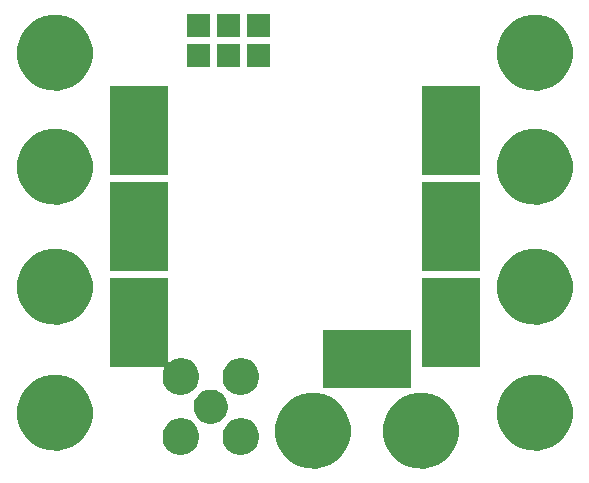
<source format=gbr>
G04 #@! TF.FileFunction,Soldermask,Top*
%FSLAX46Y46*%
G04 Gerber Fmt 4.6, Leading zero omitted, Abs format (unit mm)*
G04 Created by KiCad (PCBNEW 4.0.3-stable) date 09/22/16 08:09:05*
%MOMM*%
%LPD*%
G01*
G04 APERTURE LIST*
%ADD10C,0.500000*%
G04 APERTURE END LIST*
D10*
G36*
X27260110Y6753872D02*
X27874848Y6627685D01*
X28453363Y6384500D01*
X28973631Y6033574D01*
X29415824Y5588283D01*
X29763105Y5065582D01*
X30002249Y4485378D01*
X30124004Y3870466D01*
X30124004Y3870449D01*
X30124137Y3869776D01*
X30114128Y3152993D01*
X30113977Y3152330D01*
X30113977Y3152306D01*
X29975099Y2541032D01*
X29719851Y1967739D01*
X29358107Y1454933D01*
X28903653Y1022162D01*
X28373787Y685900D01*
X27788712Y458964D01*
X27170688Y349989D01*
X26543273Y363132D01*
X25930359Y497890D01*
X25355293Y749129D01*
X24839980Y1107282D01*
X24404044Y1558706D01*
X24064093Y2086208D01*
X23833075Y2669693D01*
X23719790Y3286936D01*
X23728551Y3914424D01*
X23859027Y4528266D01*
X24106248Y5105075D01*
X24460795Y5622877D01*
X24909163Y6061952D01*
X25434276Y6405576D01*
X26016132Y6640661D01*
X26632571Y6758254D01*
X27260110Y6753872D01*
X27260110Y6753872D01*
G37*
G36*
X36404110Y6753872D02*
X37018848Y6627685D01*
X37597363Y6384500D01*
X38117631Y6033574D01*
X38559824Y5588283D01*
X38907105Y5065582D01*
X39146249Y4485378D01*
X39268004Y3870466D01*
X39268004Y3870449D01*
X39268137Y3869776D01*
X39258128Y3152993D01*
X39257977Y3152330D01*
X39257977Y3152306D01*
X39119099Y2541032D01*
X38863851Y1967739D01*
X38502107Y1454933D01*
X38047653Y1022162D01*
X37517787Y685900D01*
X36932712Y458964D01*
X36314688Y349989D01*
X35687273Y363132D01*
X35074359Y497890D01*
X34499293Y749129D01*
X33983980Y1107282D01*
X33548044Y1558706D01*
X33208093Y2086208D01*
X32977075Y2669693D01*
X32863790Y3286936D01*
X32872551Y3914424D01*
X33003027Y4528266D01*
X33250248Y5105075D01*
X33604795Y5622877D01*
X34053163Y6061952D01*
X34578276Y6405576D01*
X35160132Y6640661D01*
X35776571Y6758254D01*
X36404110Y6753872D01*
X36404110Y6753872D01*
G37*
G36*
X15910804Y4596971D02*
X16208569Y4535849D01*
X16488786Y4418057D01*
X16740793Y4248077D01*
X16954980Y4032389D01*
X17123193Y3779206D01*
X17239030Y3498165D01*
X17297934Y3200678D01*
X17297934Y3200658D01*
X17298067Y3199985D01*
X17293219Y2852793D01*
X17293067Y2852125D01*
X17293067Y2852107D01*
X17225878Y2556375D01*
X17102241Y2278680D01*
X16927025Y2030296D01*
X16706897Y1820671D01*
X16450240Y1657792D01*
X16166848Y1547871D01*
X15867489Y1495085D01*
X15563585Y1501452D01*
X15266704Y1566726D01*
X14988159Y1688418D01*
X14738550Y1861902D01*
X14527395Y2080559D01*
X14362731Y2336068D01*
X14250829Y2618697D01*
X14195958Y2917671D01*
X14200202Y3221611D01*
X14263402Y3518946D01*
X14383147Y3798332D01*
X14554884Y4049146D01*
X14772059Y4261820D01*
X15026417Y4428267D01*
X15308249Y4542135D01*
X15606839Y4599094D01*
X15910804Y4596971D01*
X15910804Y4596971D01*
G37*
G36*
X20990804Y4596971D02*
X21288569Y4535849D01*
X21568786Y4418057D01*
X21820793Y4248077D01*
X22034980Y4032389D01*
X22203193Y3779206D01*
X22319030Y3498165D01*
X22377934Y3200678D01*
X22377934Y3200658D01*
X22378067Y3199985D01*
X22373219Y2852793D01*
X22373067Y2852125D01*
X22373067Y2852107D01*
X22305878Y2556375D01*
X22182241Y2278680D01*
X22007025Y2030296D01*
X21786897Y1820671D01*
X21530240Y1657792D01*
X21246848Y1547871D01*
X20947489Y1495085D01*
X20643585Y1501452D01*
X20346704Y1566726D01*
X20068159Y1688418D01*
X19818550Y1861902D01*
X19607395Y2080559D01*
X19442731Y2336068D01*
X19330829Y2618697D01*
X19275958Y2917671D01*
X19280202Y3221611D01*
X19343402Y3518946D01*
X19463147Y3798332D01*
X19634884Y4049146D01*
X19852059Y4261820D01*
X20106417Y4428267D01*
X20388249Y4542135D01*
X20686839Y4599094D01*
X20990804Y4596971D01*
X20990804Y4596971D01*
G37*
G36*
X46056110Y8277872D02*
X46670848Y8151685D01*
X47249363Y7908500D01*
X47769631Y7557574D01*
X48211824Y7112283D01*
X48559105Y6589582D01*
X48798249Y6009378D01*
X48920004Y5394466D01*
X48920004Y5394449D01*
X48920137Y5393776D01*
X48910128Y4676993D01*
X48909977Y4676330D01*
X48909977Y4676306D01*
X48771099Y4065032D01*
X48515851Y3491739D01*
X48154107Y2978933D01*
X47699653Y2546162D01*
X47169787Y2209900D01*
X46584712Y1982964D01*
X45966688Y1873989D01*
X45339273Y1887132D01*
X44726359Y2021890D01*
X44151293Y2273129D01*
X43635980Y2631282D01*
X43200044Y3082706D01*
X42860093Y3610208D01*
X42629075Y4193693D01*
X42515790Y4810936D01*
X42524551Y5438424D01*
X42655027Y6052266D01*
X42902248Y6629075D01*
X43256795Y7146877D01*
X43705163Y7585952D01*
X44230276Y7929576D01*
X44812132Y8164661D01*
X45428571Y8282254D01*
X46056110Y8277872D01*
X46056110Y8277872D01*
G37*
G36*
X5416110Y8277872D02*
X6030848Y8151685D01*
X6609363Y7908500D01*
X7129631Y7557574D01*
X7571824Y7112283D01*
X7919105Y6589582D01*
X8158249Y6009378D01*
X8280004Y5394466D01*
X8280004Y5394449D01*
X8280137Y5393776D01*
X8270128Y4676993D01*
X8269977Y4676330D01*
X8269977Y4676306D01*
X8131099Y4065032D01*
X7875851Y3491739D01*
X7514107Y2978933D01*
X7059653Y2546162D01*
X6529787Y2209900D01*
X5944712Y1982964D01*
X5326688Y1873989D01*
X4699273Y1887132D01*
X4086359Y2021890D01*
X3511293Y2273129D01*
X2995980Y2631282D01*
X2560044Y3082706D01*
X2220093Y3610208D01*
X1989075Y4193693D01*
X1875790Y4810936D01*
X1884551Y5438424D01*
X2015027Y6052266D01*
X2262248Y6629075D01*
X2616795Y7146877D01*
X3065163Y7585952D01*
X3590276Y7929576D01*
X4172132Y8164661D01*
X4788571Y8282254D01*
X5416110Y8277872D01*
X5416110Y8277872D01*
G37*
G36*
X18440300Y7037038D02*
X18718857Y6979859D01*
X18980992Y6869668D01*
X19216739Y6710654D01*
X19417112Y6508878D01*
X19574471Y6272032D01*
X19682835Y6009122D01*
X19737930Y5730872D01*
X19737930Y5730848D01*
X19738062Y5730180D01*
X19733527Y5405387D01*
X19733376Y5404724D01*
X19733376Y5404700D01*
X19670532Y5128096D01*
X19554870Y4868316D01*
X19390956Y4635951D01*
X19185033Y4439854D01*
X18944936Y4287484D01*
X18679824Y4184653D01*
X18399780Y4135273D01*
X18115482Y4141229D01*
X17837756Y4202290D01*
X17577179Y4316134D01*
X17343677Y4478422D01*
X17146143Y4682974D01*
X16992102Y4922000D01*
X16887422Y5186392D01*
X16836089Y5466081D01*
X16840059Y5750410D01*
X16899182Y6028558D01*
X17011204Y6289927D01*
X17171859Y6524556D01*
X17375026Y6723512D01*
X17612966Y6879216D01*
X17876620Y6985740D01*
X18155946Y7039024D01*
X18440300Y7037038D01*
X18440300Y7037038D01*
G37*
G36*
X20990804Y9676971D02*
X21288569Y9615849D01*
X21568786Y9498057D01*
X21820793Y9328077D01*
X22034980Y9112389D01*
X22203193Y8859206D01*
X22319030Y8578165D01*
X22377934Y8280678D01*
X22377934Y8280658D01*
X22378067Y8279985D01*
X22373219Y7932793D01*
X22373067Y7932125D01*
X22373067Y7932107D01*
X22305878Y7636375D01*
X22182241Y7358680D01*
X22007025Y7110296D01*
X21786897Y6900671D01*
X21530240Y6737792D01*
X21246848Y6627871D01*
X20947489Y6575085D01*
X20643585Y6581452D01*
X20346704Y6646726D01*
X20068159Y6768418D01*
X19818550Y6941902D01*
X19607395Y7160559D01*
X19442731Y7416068D01*
X19330829Y7698697D01*
X19275958Y7997671D01*
X19280202Y8301611D01*
X19343402Y8598946D01*
X19463147Y8878332D01*
X19634884Y9129146D01*
X19852059Y9341820D01*
X20106417Y9508267D01*
X20388249Y9622135D01*
X20686839Y9679094D01*
X20990804Y9676971D01*
X20990804Y9676971D01*
G37*
G36*
X14642000Y9441658D02*
X14645959Y9413799D01*
X14657523Y9388145D01*
X14675776Y9366729D01*
X14699272Y9351246D01*
X14726152Y9342922D01*
X14754287Y9342416D01*
X14781449Y9349768D01*
X14796756Y9357982D01*
X15026413Y9508265D01*
X15308249Y9622135D01*
X15606839Y9679094D01*
X15910804Y9676971D01*
X16208569Y9615849D01*
X16488786Y9498057D01*
X16740793Y9328077D01*
X16954980Y9112389D01*
X17123193Y8859206D01*
X17239030Y8578165D01*
X17297934Y8280678D01*
X17297934Y8280658D01*
X17298067Y8279985D01*
X17293219Y7932793D01*
X17293067Y7932125D01*
X17293067Y7932107D01*
X17225878Y7636375D01*
X17102241Y7358680D01*
X16927025Y7110296D01*
X16706897Y6900671D01*
X16450240Y6737792D01*
X16166848Y6627871D01*
X15867489Y6575085D01*
X15563585Y6581452D01*
X15266704Y6646726D01*
X14988159Y6768418D01*
X14738550Y6941902D01*
X14527395Y7160559D01*
X14362731Y7416068D01*
X14250829Y7698697D01*
X14195958Y7997671D01*
X14200202Y8301611D01*
X14263401Y8598941D01*
X14354121Y8810606D01*
X14361457Y8837772D01*
X14360934Y8865906D01*
X14352594Y8892781D01*
X14337097Y8916269D01*
X14315670Y8934509D01*
X14290010Y8946057D01*
X14262207Y8950000D01*
X9742000Y8950000D01*
X9742000Y16450000D01*
X14642000Y16450000D01*
X14642000Y9441658D01*
X14642000Y9441658D01*
G37*
G36*
X35246000Y7202000D02*
X27746000Y7202000D01*
X27746000Y12102000D01*
X35246000Y12102000D01*
X35246000Y7202000D01*
X35246000Y7202000D01*
G37*
G36*
X41058000Y8950000D02*
X36158000Y8950000D01*
X36158000Y16450000D01*
X41058000Y16450000D01*
X41058000Y8950000D01*
X41058000Y8950000D01*
G37*
G36*
X5416110Y18945872D02*
X6030848Y18819685D01*
X6609363Y18576500D01*
X7129631Y18225574D01*
X7571824Y17780283D01*
X7919105Y17257582D01*
X8158249Y16677378D01*
X8280004Y16062466D01*
X8280004Y16062449D01*
X8280137Y16061776D01*
X8270128Y15344993D01*
X8269977Y15344330D01*
X8269977Y15344306D01*
X8131099Y14733032D01*
X7875851Y14159739D01*
X7514107Y13646933D01*
X7059653Y13214162D01*
X6529787Y12877900D01*
X5944712Y12650964D01*
X5326688Y12541989D01*
X4699273Y12555132D01*
X4086359Y12689890D01*
X3511293Y12941129D01*
X2995980Y13299282D01*
X2560044Y13750706D01*
X2220093Y14278208D01*
X1989075Y14861693D01*
X1875790Y15478936D01*
X1884551Y16106424D01*
X2015027Y16720266D01*
X2262248Y17297075D01*
X2616795Y17814877D01*
X3065163Y18253952D01*
X3590276Y18597576D01*
X4172132Y18832661D01*
X4788571Y18950254D01*
X5416110Y18945872D01*
X5416110Y18945872D01*
G37*
G36*
X46056110Y18945872D02*
X46670848Y18819685D01*
X47249363Y18576500D01*
X47769631Y18225574D01*
X48211824Y17780283D01*
X48559105Y17257582D01*
X48798249Y16677378D01*
X48920004Y16062466D01*
X48920004Y16062449D01*
X48920137Y16061776D01*
X48910128Y15344993D01*
X48909977Y15344330D01*
X48909977Y15344306D01*
X48771099Y14733032D01*
X48515851Y14159739D01*
X48154107Y13646933D01*
X47699653Y13214162D01*
X47169787Y12877900D01*
X46584712Y12650964D01*
X45966688Y12541989D01*
X45339273Y12555132D01*
X44726359Y12689890D01*
X44151293Y12941129D01*
X43635980Y13299282D01*
X43200044Y13750706D01*
X42860093Y14278208D01*
X42629075Y14861693D01*
X42515790Y15478936D01*
X42524551Y16106424D01*
X42655027Y16720266D01*
X42902248Y17297075D01*
X43256795Y17814877D01*
X43705163Y18253952D01*
X44230276Y18597576D01*
X44812132Y18832661D01*
X45428571Y18950254D01*
X46056110Y18945872D01*
X46056110Y18945872D01*
G37*
G36*
X41058000Y17078000D02*
X36158000Y17078000D01*
X36158000Y24578000D01*
X41058000Y24578000D01*
X41058000Y17078000D01*
X41058000Y17078000D01*
G37*
G36*
X14642000Y17078000D02*
X9742000Y17078000D01*
X9742000Y24578000D01*
X14642000Y24578000D01*
X14642000Y17078000D01*
X14642000Y17078000D01*
G37*
G36*
X5416110Y29105872D02*
X6030848Y28979685D01*
X6609363Y28736500D01*
X7129631Y28385574D01*
X7571824Y27940283D01*
X7919105Y27417582D01*
X8158249Y26837378D01*
X8280004Y26222466D01*
X8280004Y26222449D01*
X8280137Y26221776D01*
X8270128Y25504993D01*
X8269977Y25504330D01*
X8269977Y25504306D01*
X8131099Y24893032D01*
X7875851Y24319739D01*
X7514107Y23806933D01*
X7059653Y23374162D01*
X6529787Y23037900D01*
X5944712Y22810964D01*
X5326688Y22701989D01*
X4699273Y22715132D01*
X4086359Y22849890D01*
X3511293Y23101129D01*
X2995980Y23459282D01*
X2560044Y23910706D01*
X2220093Y24438208D01*
X1989075Y25021693D01*
X1875790Y25638936D01*
X1884551Y26266424D01*
X2015027Y26880266D01*
X2262248Y27457075D01*
X2616795Y27974877D01*
X3065163Y28413952D01*
X3590276Y28757576D01*
X4172132Y28992661D01*
X4788571Y29110254D01*
X5416110Y29105872D01*
X5416110Y29105872D01*
G37*
G36*
X46056110Y29105872D02*
X46670848Y28979685D01*
X47249363Y28736500D01*
X47769631Y28385574D01*
X48211824Y27940283D01*
X48559105Y27417582D01*
X48798249Y26837378D01*
X48920004Y26222466D01*
X48920004Y26222449D01*
X48920137Y26221776D01*
X48910128Y25504993D01*
X48909977Y25504330D01*
X48909977Y25504306D01*
X48771099Y24893032D01*
X48515851Y24319739D01*
X48154107Y23806933D01*
X47699653Y23374162D01*
X47169787Y23037900D01*
X46584712Y22810964D01*
X45966688Y22701989D01*
X45339273Y22715132D01*
X44726359Y22849890D01*
X44151293Y23101129D01*
X43635980Y23459282D01*
X43200044Y23910706D01*
X42860093Y24438208D01*
X42629075Y25021693D01*
X42515790Y25638936D01*
X42524551Y26266424D01*
X42655027Y26880266D01*
X42902248Y27457075D01*
X43256795Y27974877D01*
X43705163Y28413952D01*
X44230276Y28757576D01*
X44812132Y28992661D01*
X45428571Y29110254D01*
X46056110Y29105872D01*
X46056110Y29105872D01*
G37*
G36*
X41058000Y25206000D02*
X36158000Y25206000D01*
X36158000Y32706000D01*
X41058000Y32706000D01*
X41058000Y25206000D01*
X41058000Y25206000D01*
G37*
G36*
X14642000Y25206000D02*
X9742000Y25206000D01*
X9742000Y32706000D01*
X14642000Y32706000D01*
X14642000Y25206000D01*
X14642000Y25206000D01*
G37*
G36*
X46056110Y38757872D02*
X46670848Y38631685D01*
X47249363Y38388500D01*
X47769631Y38037574D01*
X48211824Y37592283D01*
X48559105Y37069582D01*
X48798249Y36489378D01*
X48920004Y35874466D01*
X48920004Y35874449D01*
X48920137Y35873776D01*
X48910128Y35156993D01*
X48909977Y35156330D01*
X48909977Y35156306D01*
X48771099Y34545032D01*
X48515851Y33971739D01*
X48154107Y33458933D01*
X47699653Y33026162D01*
X47169787Y32689900D01*
X46584712Y32462964D01*
X45966688Y32353989D01*
X45339273Y32367132D01*
X44726359Y32501890D01*
X44151293Y32753129D01*
X43635980Y33111282D01*
X43200044Y33562706D01*
X42860093Y34090208D01*
X42629075Y34673693D01*
X42515790Y35290936D01*
X42524551Y35918424D01*
X42655027Y36532266D01*
X42902248Y37109075D01*
X43256795Y37626877D01*
X43705163Y38065952D01*
X44230276Y38409576D01*
X44812132Y38644661D01*
X45428571Y38762254D01*
X46056110Y38757872D01*
X46056110Y38757872D01*
G37*
G36*
X5416110Y38757872D02*
X6030848Y38631685D01*
X6609363Y38388500D01*
X7129631Y38037574D01*
X7571824Y37592283D01*
X7919105Y37069582D01*
X8158249Y36489378D01*
X8280004Y35874466D01*
X8280004Y35874449D01*
X8280137Y35873776D01*
X8270128Y35156993D01*
X8269977Y35156330D01*
X8269977Y35156306D01*
X8131099Y34545032D01*
X7875851Y33971739D01*
X7514107Y33458933D01*
X7059653Y33026162D01*
X6529787Y32689900D01*
X5944712Y32462964D01*
X5326688Y32353989D01*
X4699273Y32367132D01*
X4086359Y32501890D01*
X3511293Y32753129D01*
X2995980Y33111282D01*
X2560044Y33562706D01*
X2220093Y34090208D01*
X1989075Y34673693D01*
X1875790Y35290936D01*
X1884551Y35918424D01*
X2015027Y36532266D01*
X2262248Y37109075D01*
X2616795Y37626877D01*
X3065163Y38065952D01*
X3590276Y38409576D01*
X4172132Y38644661D01*
X4788571Y38762254D01*
X5416110Y38757872D01*
X5416110Y38757872D01*
G37*
G36*
X20774000Y34344000D02*
X18850000Y34344000D01*
X18850000Y36268000D01*
X20774000Y36268000D01*
X20774000Y34344000D01*
X20774000Y34344000D01*
G37*
G36*
X23314000Y34344000D02*
X21390000Y34344000D01*
X21390000Y36268000D01*
X23314000Y36268000D01*
X23314000Y34344000D01*
X23314000Y34344000D01*
G37*
G36*
X18234000Y34344000D02*
X16310000Y34344000D01*
X16310000Y36268000D01*
X18234000Y36268000D01*
X18234000Y34344000D01*
X18234000Y34344000D01*
G37*
G36*
X18234000Y36884000D02*
X16310000Y36884000D01*
X16310000Y38808000D01*
X18234000Y38808000D01*
X18234000Y36884000D01*
X18234000Y36884000D01*
G37*
G36*
X20774000Y36884000D02*
X18850000Y36884000D01*
X18850000Y38808000D01*
X20774000Y38808000D01*
X20774000Y36884000D01*
X20774000Y36884000D01*
G37*
G36*
X23314000Y36884000D02*
X21390000Y36884000D01*
X21390000Y38808000D01*
X23314000Y38808000D01*
X23314000Y36884000D01*
X23314000Y36884000D01*
G37*
M02*

</source>
